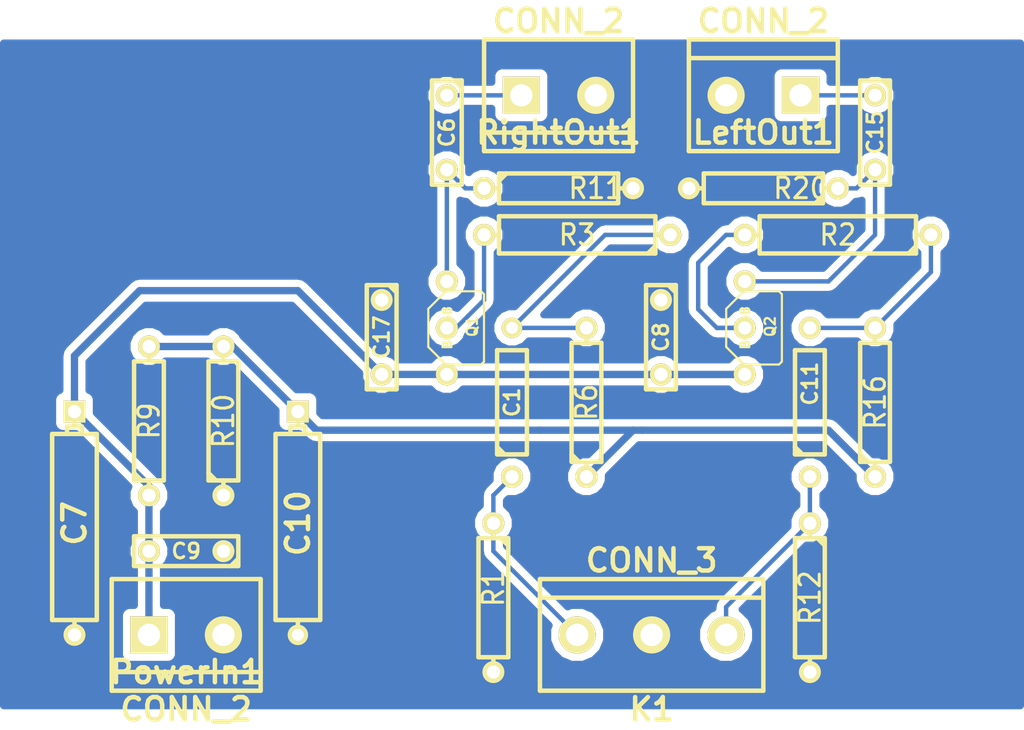
<source format=kicad_pcb>
(kicad_pcb (version 3) (host pcbnew "(2013-dec-23)-stable")

  (general
    (links 40)
    (no_connects 0)
    (area 0 0 0 0)
    (thickness 1.6)
    (drawings 0)
    (tracks 57)
    (zones 0)
    (modules 25)
    (nets 14)
  )

  (page A3 portrait)
  (layers
    (15 F.Cu signal)
    (0 B.Cu signal)
    (17 F.Adhes user)
    (19 F.Paste user)
    (21 F.SilkS user)
    (23 F.Mask user)
    (28 Edge.Cuts user)
  )

  (setup
    (last_trace_width 0.5)
    (trace_clearance 0.5)
    (zone_clearance 0.5)
    (zone_45_only no)
    (trace_min 0.254)
    (segment_width 0.2)
    (edge_width 1)
    (via_size 0.889)
    (via_drill 0.635)
    (via_min_size 0.889)
    (via_min_drill 0.508)
    (uvia_size 0.508)
    (uvia_drill 0.127)
    (uvias_allowed no)
    (uvia_min_size 0.508)
    (uvia_min_drill 0.127)
    (pcb_text_width 0.3)
    (pcb_text_size 1.5 1.5)
    (mod_edge_width 0.15)
    (mod_text_size 1 1)
    (mod_text_width 0.15)
    (pad_size 1.5 1.5)
    (pad_drill 0.9)
    (pad_to_mask_clearance 0.2)
    (solder_mask_min_width 0.3)
    (aux_axis_origin 0 0)
    (visible_elements FFFFFFFF)
    (pcbplotparams
      (layerselection 10485761)
      (usegerberextensions false)
      (excludeedgelayer false)
      (linewidth 0.150000)
      (plotframeref false)
      (viasonmask false)
      (mode 1)
      (useauxorigin false)
      (hpglpennumber 1)
      (hpglpenspeed 20)
      (hpglpendiameter 15)
      (hpglpenoverlay 2)
      (psnegative false)
      (psa4output false)
      (plotreference true)
      (plotvalue true)
      (plotothertext true)
      (plotinvisibletext false)
      (padsonsilk false)
      (subtractmaskfromsilk false)
      (outputformat 5)
      (mirror false)
      (drillshape 0)
      (scaleselection 1)
      (outputdirectory output/))
  )

  (net 0 "")
  (net 1 /CH1_L)
  (net 2 /CH1_R)
  (net 3 /LEFT_OUT)
  (net 4 /RIGHT_OUT)
  (net 5 2.5V)
  (net 6 5V)
  (net 7 GND)
  (net 8 N-0000012)
  (net 9 N-0000013)
  (net 10 N-000006)
  (net 11 N-000007)
  (net 12 N-000008)
  (net 13 N-000009)

  (net_class Default "This is the default net class."
    (clearance 0.5)
    (trace_width 0.5)
    (via_dia 0.889)
    (via_drill 0.635)
    (uvia_dia 0.508)
    (uvia_drill 0.127)
    (add_net "")
    (add_net 2.5V)
    (add_net 5V)
    (add_net GND)
  )

  (net_class Audio ""
    (clearance 0.3)
    (trace_width 0.3)
    (via_dia 0.889)
    (via_drill 0.635)
    (uvia_dia 0.508)
    (uvia_drill 0.127)
    (add_net /CH1_L)
    (add_net /CH1_R)
    (add_net /LEFT_OUT)
    (add_net /RIGHT_OUT)
    (add_net N-0000012)
    (add_net N-0000013)
    (add_net N-000006)
    (add_net N-000007)
    (add_net N-000008)
    (add_net N-000009)
  )

  (module bornier2 (layer F.Cu) (tedit 548C6726) (tstamp 5321F9DD)
    (at 34.29 60.325)
    (descr "Bornier d'alimentation 2 pins")
    (tags DEV)
    (path /5321FAC1)
    (fp_text reference PowerIn1 (at 0 2.54) (layer F.SilkS)
      (effects (font (size 1.524 1.524) (thickness 0.3048)))
    )
    (fp_text value CONN_2 (at 0 5.08) (layer F.SilkS)
      (effects (font (size 1.524 1.524) (thickness 0.3048)))
    )
    (fp_line (start 5.08 2.54) (end -5.08 2.54) (layer F.SilkS) (width 0.3048))
    (fp_line (start 5.08 3.81) (end 5.08 -3.81) (layer F.SilkS) (width 0.3048))
    (fp_line (start 5.08 -3.81) (end -5.08 -3.81) (layer F.SilkS) (width 0.3048))
    (fp_line (start -5.08 -3.81) (end -5.08 3.81) (layer F.SilkS) (width 0.3048))
    (fp_line (start -5.08 3.81) (end 5.08 3.81) (layer F.SilkS) (width 0.3048))
    (pad 1 thru_hole rect (at -2.54 0) (size 2.54 2.54) (drill 1.524)
      (layers *.Cu *.Mask F.SilkS)
      (net 6 5V)
    )
    (pad 2 thru_hole circle (at 2.54 0) (size 2.54 2.54) (drill 1.524)
      (layers *.Cu *.Mask F.SilkS)
      (net 7 GND)
    )
    (model device/bornier_2.wrl
      (at (xyz 0 0 0))
      (scale (xyz 1 1 1))
      (rotate (xyz 0 0 0))
    )
  )

  (module bornier3 (layer F.Cu) (tedit 54135911) (tstamp 5413106F)
    (at 66.04 60.325 180)
    (descr "Bornier d'alimentation 3 pins")
    (tags DEV)
    (path /5413155F)
    (fp_text reference K1 (at 0 -5.08 180) (layer F.SilkS)
      (effects (font (size 1.524 1.524) (thickness 0.3048)))
    )
    (fp_text value CONN_3 (at 0 5.08 180) (layer F.SilkS)
      (effects (font (size 1.524 1.524) (thickness 0.3048)))
    )
    (fp_line (start -7.62 3.81) (end -7.62 -3.81) (layer F.SilkS) (width 0.3048))
    (fp_line (start 7.62 3.81) (end 7.62 -3.81) (layer F.SilkS) (width 0.3048))
    (fp_line (start -7.62 2.54) (end 7.62 2.54) (layer F.SilkS) (width 0.3048))
    (fp_line (start -7.62 -3.81) (end 7.62 -3.81) (layer F.SilkS) (width 0.3048))
    (fp_line (start -7.62 3.81) (end 7.62 3.81) (layer F.SilkS) (width 0.3048))
    (pad 1 thru_hole circle (at -5.08 0 180) (size 2.54 2.54) (drill 1.524)
      (layers *.Cu *.Mask F.SilkS)
      (net 1 /CH1_L)
    )
    (pad 2 thru_hole circle (at 0 0 180) (size 2.54 2.54) (drill 1.524)
      (layers *.Cu *.Mask F.SilkS)
      (net 7 GND)
    )
    (pad 3 thru_hole circle (at 5.08 0 180) (size 2.54 2.54) (drill 1.524)
      (layers *.Cu *.Mask F.SilkS)
      (net 2 /CH1_R)
    )
    (model device/bornier_3.wrl
      (at (xyz 0 0 0))
      (scale (xyz 1 1 1))
      (rotate (xyz 0 0 0))
    )
  )

  (module bornier2 (layer F.Cu) (tedit 548C66EB) (tstamp 54135C4E)
    (at 73.66 23.495 180)
    (descr "Bornier d'alimentation 2 pins")
    (tags DEV)
    (path /54135E1B)
    (fp_text reference LeftOut1 (at 0 -2.54 180) (layer F.SilkS)
      (effects (font (size 1.524 1.524) (thickness 0.3048)))
    )
    (fp_text value CONN_2 (at 0 5.08 180) (layer F.SilkS)
      (effects (font (size 1.524 1.524) (thickness 0.3048)))
    )
    (fp_line (start 5.08 2.54) (end -5.08 2.54) (layer F.SilkS) (width 0.3048))
    (fp_line (start 5.08 3.81) (end 5.08 -3.81) (layer F.SilkS) (width 0.3048))
    (fp_line (start 5.08 -3.81) (end -5.08 -3.81) (layer F.SilkS) (width 0.3048))
    (fp_line (start -5.08 -3.81) (end -5.08 3.81) (layer F.SilkS) (width 0.3048))
    (fp_line (start -5.08 3.81) (end 5.08 3.81) (layer F.SilkS) (width 0.3048))
    (pad 1 thru_hole rect (at -2.54 0 180) (size 2.54 2.54) (drill 1.524)
      (layers *.Cu *.Mask F.SilkS)
      (net 3 /LEFT_OUT)
    )
    (pad 2 thru_hole circle (at 2.54 0 180) (size 2.54 2.54) (drill 1.524)
      (layers *.Cu *.Mask F.SilkS)
      (net 7 GND)
    )
    (model device/bornier_2.wrl
      (at (xyz 0 0 0))
      (scale (xyz 1 1 1))
      (rotate (xyz 0 0 0))
    )
  )

  (module bornier2 (layer F.Cu) (tedit 548C66F3) (tstamp 54135C59)
    (at 59.69 23.495)
    (descr "Bornier d'alimentation 2 pins")
    (tags DEV)
    (path /54135E21)
    (fp_text reference RightOut1 (at 0 2.54) (layer F.SilkS)
      (effects (font (size 1.524 1.524) (thickness 0.3048)))
    )
    (fp_text value CONN_2 (at 0 -5.08) (layer F.SilkS)
      (effects (font (size 1.524 1.524) (thickness 0.3048)))
    )
    (fp_line (start 5.08 2.54) (end -5.08 2.54) (layer F.SilkS) (width 0.3048))
    (fp_line (start 5.08 3.81) (end 5.08 -3.81) (layer F.SilkS) (width 0.3048))
    (fp_line (start 5.08 -3.81) (end -5.08 -3.81) (layer F.SilkS) (width 0.3048))
    (fp_line (start -5.08 -3.81) (end -5.08 3.81) (layer F.SilkS) (width 0.3048))
    (fp_line (start -5.08 3.81) (end 5.08 3.81) (layer F.SilkS) (width 0.3048))
    (pad 1 thru_hole rect (at -2.54 0) (size 2.54 2.54) (drill 1.524)
      (layers *.Cu *.Mask F.SilkS)
      (net 4 /RIGHT_OUT)
    )
    (pad 2 thru_hole circle (at 2.54 0) (size 2.54 2.54) (drill 1.524)
      (layers *.Cu *.Mask F.SilkS)
      (net 7 GND)
    )
    (model device/bornier_2.wrl
      (at (xyz 0 0 0))
      (scale (xyz 1 1 1))
      (rotate (xyz 0 0 0))
    )
  )

  (module CP6 (layer F.Cu) (tedit 548C693F) (tstamp 5321F255)
    (at 26.67 52.705 270)
    (descr "Condensateur polarise")
    (tags CP)
    (path /540F1B10)
    (fp_text reference C7 (at 0 0 270) (layer F.SilkS)
      (effects (font (size 1.524 1.524) (thickness 0.3048)))
    )
    (fp_text value "2.2uF TANT" (at 0 3.175 270) (layer F.SilkS) hide
      (effects (font (size 1.524 1.524) (thickness 0.3048)))
    )
    (fp_line (start -7.62 0) (end -6.604 0) (layer F.SilkS) (width 0.3048))
    (fp_line (start -6.096 0.508) (end -6.604 0.508) (layer F.SilkS) (width 0.3048))
    (fp_line (start -6.604 0.508) (end -6.604 -0.508) (layer F.SilkS) (width 0.3048))
    (fp_line (start -6.604 -0.508) (end -6.096 -0.508) (layer F.SilkS) (width 0.3048))
    (fp_line (start 7.62 0) (end 6.604 0) (layer F.SilkS) (width 0.3048))
    (fp_line (start 6.604 0) (end 6.604 -1.524) (layer F.SilkS) (width 0.3048))
    (fp_line (start 6.604 -1.524) (end -6.096 -1.524) (layer F.SilkS) (width 0.3048))
    (fp_line (start -6.096 -1.524) (end -6.096 1.524) (layer F.SilkS) (width 0.3048))
    (fp_line (start -6.096 1.524) (end 6.604 1.524) (layer F.SilkS) (width 0.3048))
    (fp_line (start 6.604 1.524) (end 6.604 0) (layer F.SilkS) (width 0.3048))
    (pad 1 thru_hole rect (at -7.62 0 270) (size 1.5 1.5) (drill 0.9)
      (layers *.Cu *.Mask F.SilkS)
      (net 6 5V)
    )
    (pad 2 thru_hole circle (at 7.62 0 270) (size 1.5 1.5) (drill 0.9)
      (layers *.Cu *.Mask F.SilkS)
      (net 7 GND)
    )
    (model discret/c_pol.wrl
      (at (xyz 0 0 0))
      (scale (xyz 0.6 0.6 0.6))
      (rotate (xyz 0 0 0))
    )
  )

  (module CP6 (layer F.Cu) (tedit 548C6951) (tstamp 540F1972)
    (at 41.91 52.705 270)
    (descr "Condensateur polarise")
    (tags CP)
    (path /540F1B37)
    (fp_text reference C10 (at 0 0 270) (layer F.SilkS)
      (effects (font (size 1.524 1.524) (thickness 0.3048)))
    )
    (fp_text value "2.2uF TANT" (at 0.635 -3.175 270) (layer F.SilkS) hide
      (effects (font (size 1.524 1.524) (thickness 0.3048)))
    )
    (fp_line (start -7.62 0) (end -6.604 0) (layer F.SilkS) (width 0.3048))
    (fp_line (start -6.096 0.508) (end -6.604 0.508) (layer F.SilkS) (width 0.3048))
    (fp_line (start -6.604 0.508) (end -6.604 -0.508) (layer F.SilkS) (width 0.3048))
    (fp_line (start -6.604 -0.508) (end -6.096 -0.508) (layer F.SilkS) (width 0.3048))
    (fp_line (start 7.62 0) (end 6.604 0) (layer F.SilkS) (width 0.3048))
    (fp_line (start 6.604 0) (end 6.604 -1.524) (layer F.SilkS) (width 0.3048))
    (fp_line (start 6.604 -1.524) (end -6.096 -1.524) (layer F.SilkS) (width 0.3048))
    (fp_line (start -6.096 -1.524) (end -6.096 1.524) (layer F.SilkS) (width 0.3048))
    (fp_line (start -6.096 1.524) (end 6.604 1.524) (layer F.SilkS) (width 0.3048))
    (fp_line (start 6.604 1.524) (end 6.604 0) (layer F.SilkS) (width 0.3048))
    (pad 1 thru_hole rect (at -7.62 0 270) (size 1.5 1.5) (drill 0.9)
      (layers *.Cu *.Mask F.SilkS)
      (net 5 2.5V)
    )
    (pad 2 thru_hole circle (at 7.62 0 270) (size 1.397 1.397) (drill 0.8128)
      (layers *.Cu *.Mask F.SilkS)
      (net 7 GND)
    )
    (model discret/c_pol.wrl
      (at (xyz 0 0 0))
      (scale (xyz 0.6 0.6 0.6))
      (rotate (xyz 0 0 0))
    )
  )

  (module R4 (layer F.Cu) (tedit 548C6800) (tstamp 54130FE9)
    (at 81.28 44.45 90)
    (descr "Resitance 4 pas")
    (tags R)
    (path /54130F38)
    (autoplace_cost180 10)
    (fp_text reference R16 (at 0 0 90) (layer F.SilkS)
      (effects (font (size 1.397 1.27) (thickness 0.2032)))
    )
    (fp_text value 47K (at 0 2.54 90) (layer F.SilkS) hide
      (effects (font (size 1.397 1.27) (thickness 0.2032)))
    )
    (fp_line (start -5.08 0) (end -4.064 0) (layer F.SilkS) (width 0.3048))
    (fp_line (start -4.064 0) (end -4.064 -1.016) (layer F.SilkS) (width 0.3048))
    (fp_line (start -4.064 -1.016) (end 4.064 -1.016) (layer F.SilkS) (width 0.3048))
    (fp_line (start 4.064 -1.016) (end 4.064 1.016) (layer F.SilkS) (width 0.3048))
    (fp_line (start 4.064 1.016) (end -4.064 1.016) (layer F.SilkS) (width 0.3048))
    (fp_line (start -4.064 1.016) (end -4.064 0) (layer F.SilkS) (width 0.3048))
    (fp_line (start -4.064 -0.508) (end -3.556 -1.016) (layer F.SilkS) (width 0.3048))
    (fp_line (start 5.08 0) (end 4.064 0) (layer F.SilkS) (width 0.3048))
    (pad 1 thru_hole circle (at -5.08 0 90) (size 1.5 1.5) (drill 0.9)
      (layers *.Cu *.Mask F.SilkS)
      (net 5 2.5V)
    )
    (pad 2 thru_hole circle (at 5.08 0 90) (size 1.5 1.5) (drill 0.9)
      (layers *.Cu *.Mask F.SilkS)
      (net 10 N-000006)
    )
    (model discret/resistor.wrl
      (at (xyz 0 0 0))
      (scale (xyz 0.4 0.4 0.4))
      (rotate (xyz 0 0 0))
    )
  )

  (module R4 (layer F.Cu) (tedit 548C6805) (tstamp 54130FCD)
    (at 76.835 57.785 270)
    (descr "Resitance 4 pas")
    (tags R)
    (path /54130F2C)
    (autoplace_cost180 10)
    (fp_text reference R12 (at 0 0 270) (layer F.SilkS)
      (effects (font (size 1.397 1.27) (thickness 0.2032)))
    )
    (fp_text value 470K (at -0.635 -2.54 270) (layer F.SilkS) hide
      (effects (font (size 1.397 1.27) (thickness 0.2032)))
    )
    (fp_line (start -5.08 0) (end -4.064 0) (layer F.SilkS) (width 0.3048))
    (fp_line (start -4.064 0) (end -4.064 -1.016) (layer F.SilkS) (width 0.3048))
    (fp_line (start -4.064 -1.016) (end 4.064 -1.016) (layer F.SilkS) (width 0.3048))
    (fp_line (start 4.064 -1.016) (end 4.064 1.016) (layer F.SilkS) (width 0.3048))
    (fp_line (start 4.064 1.016) (end -4.064 1.016) (layer F.SilkS) (width 0.3048))
    (fp_line (start -4.064 1.016) (end -4.064 0) (layer F.SilkS) (width 0.3048))
    (fp_line (start -4.064 -0.508) (end -3.556 -1.016) (layer F.SilkS) (width 0.3048))
    (fp_line (start 5.08 0) (end 4.064 0) (layer F.SilkS) (width 0.3048))
    (pad 1 thru_hole circle (at -5.08 0 270) (size 1.5 1.5) (drill 0.9)
      (layers *.Cu *.Mask F.SilkS)
      (net 1 /CH1_L)
    )
    (pad 2 thru_hole circle (at 5.08 0 270) (size 1.5 1.5) (drill 0.9)
      (layers *.Cu *.Mask F.SilkS)
      (net 7 GND)
    )
    (model discret/resistor.wrl
      (at (xyz 0 0 0))
      (scale (xyz 0.4 0.4 0.4))
      (rotate (xyz 0 0 0))
    )
  )

  (module R4 (layer F.Cu) (tedit 548C67B8) (tstamp 54130FA3)
    (at 73.66 29.845 180)
    (descr "Resitance 4 pas")
    (tags R)
    (path /54130FCB)
    (autoplace_cost180 10)
    (fp_text reference R20 (at -2.54 0 180) (layer F.SilkS)
      (effects (font (size 1.397 1.27) (thickness 0.2032)))
    )
    (fp_text value 2.2K (at 1.905 0 180) (layer F.SilkS) hide
      (effects (font (size 1.397 1.27) (thickness 0.2032)))
    )
    (fp_line (start -5.08 0) (end -4.064 0) (layer F.SilkS) (width 0.3048))
    (fp_line (start -4.064 0) (end -4.064 -1.016) (layer F.SilkS) (width 0.3048))
    (fp_line (start -4.064 -1.016) (end 4.064 -1.016) (layer F.SilkS) (width 0.3048))
    (fp_line (start 4.064 -1.016) (end 4.064 1.016) (layer F.SilkS) (width 0.3048))
    (fp_line (start 4.064 1.016) (end -4.064 1.016) (layer F.SilkS) (width 0.3048))
    (fp_line (start -4.064 1.016) (end -4.064 0) (layer F.SilkS) (width 0.3048))
    (fp_line (start -4.064 -0.508) (end -3.556 -1.016) (layer F.SilkS) (width 0.3048))
    (fp_line (start 5.08 0) (end 4.064 0) (layer F.SilkS) (width 0.3048))
    (pad 1 thru_hole circle (at -5.08 0 180) (size 1.5 1.5) (drill 0.9)
      (layers *.Cu *.Mask F.SilkS)
      (net 9 N-0000013)
    )
    (pad 2 thru_hole circle (at 5.08 0 180) (size 1.5 1.5) (drill 0.9)
      (layers *.Cu *.Mask F.SilkS)
      (net 7 GND)
    )
    (model discret/resistor.wrl
      (at (xyz 0 0 0))
      (scale (xyz 0.4 0.4 0.4))
      (rotate (xyz 0 0 0))
    )
  )

  (module R4 (layer F.Cu) (tedit 548C67B1) (tstamp 540F2177)
    (at 59.69 29.845)
    (descr "Resitance 4 pas")
    (tags R)
    (path /540F24D6)
    (autoplace_cost180 10)
    (fp_text reference R11 (at 2.54 0) (layer F.SilkS)
      (effects (font (size 1.397 1.27) (thickness 0.2032)))
    )
    (fp_text value 2.2K (at -1.27 0) (layer F.SilkS) hide
      (effects (font (size 1.397 1.27) (thickness 0.2032)))
    )
    (fp_line (start -5.08 0) (end -4.064 0) (layer F.SilkS) (width 0.3048))
    (fp_line (start -4.064 0) (end -4.064 -1.016) (layer F.SilkS) (width 0.3048))
    (fp_line (start -4.064 -1.016) (end 4.064 -1.016) (layer F.SilkS) (width 0.3048))
    (fp_line (start 4.064 -1.016) (end 4.064 1.016) (layer F.SilkS) (width 0.3048))
    (fp_line (start 4.064 1.016) (end -4.064 1.016) (layer F.SilkS) (width 0.3048))
    (fp_line (start -4.064 1.016) (end -4.064 0) (layer F.SilkS) (width 0.3048))
    (fp_line (start -4.064 -0.508) (end -3.556 -1.016) (layer F.SilkS) (width 0.3048))
    (fp_line (start 5.08 0) (end 4.064 0) (layer F.SilkS) (width 0.3048))
    (pad 1 thru_hole circle (at -5.08 0) (size 1.5 1.5) (drill 0.9)
      (layers *.Cu *.Mask F.SilkS)
      (net 8 N-0000012)
    )
    (pad 2 thru_hole circle (at 5.08 0) (size 1.5 1.5) (drill 0.9)
      (layers *.Cu *.Mask F.SilkS)
      (net 7 GND)
    )
    (model discret/resistor.wrl
      (at (xyz 0 0 0))
      (scale (xyz 0.4 0.4 0.4))
      (rotate (xyz 0 0 0))
    )
  )

  (module R4 (layer F.Cu) (tedit 548C683C) (tstamp 540F1966)
    (at 36.83 45.72 90)
    (descr "Resitance 4 pas")
    (tags R)
    (path /540F1B31)
    (autoplace_cost180 10)
    (fp_text reference R10 (at 0 0 90) (layer F.SilkS)
      (effects (font (size 1.397 1.27) (thickness 0.2032)))
    )
    (fp_text value 10K (at 1.27 -1.905 90) (layer F.SilkS) hide
      (effects (font (size 1.397 1.27) (thickness 0.2032)))
    )
    (fp_line (start -5.08 0) (end -4.064 0) (layer F.SilkS) (width 0.3048))
    (fp_line (start -4.064 0) (end -4.064 -1.016) (layer F.SilkS) (width 0.3048))
    (fp_line (start -4.064 -1.016) (end 4.064 -1.016) (layer F.SilkS) (width 0.3048))
    (fp_line (start 4.064 -1.016) (end 4.064 1.016) (layer F.SilkS) (width 0.3048))
    (fp_line (start 4.064 1.016) (end -4.064 1.016) (layer F.SilkS) (width 0.3048))
    (fp_line (start -4.064 1.016) (end -4.064 0) (layer F.SilkS) (width 0.3048))
    (fp_line (start -4.064 -0.508) (end -3.556 -1.016) (layer F.SilkS) (width 0.3048))
    (fp_line (start 5.08 0) (end 4.064 0) (layer F.SilkS) (width 0.3048))
    (pad 1 thru_hole circle (at -5.08 0 90) (size 1.5 1.5) (drill 0.9)
      (layers *.Cu *.Mask F.SilkS)
      (net 7 GND)
    )
    (pad 2 thru_hole circle (at 5.08 0 90) (size 1.5 1.5) (drill 0.9)
      (layers *.Cu *.Mask F.SilkS)
      (net 5 2.5V)
    )
    (model discret/resistor.wrl
      (at (xyz 0 0 0))
      (scale (xyz 0.4 0.4 0.4))
      (rotate (xyz 0 0 0))
    )
  )

  (module R4 (layer F.Cu) (tedit 548C6839) (tstamp 540F1958)
    (at 31.75 45.72 90)
    (descr "Resitance 4 pas")
    (tags R)
    (path /540F1B24)
    (autoplace_cost180 10)
    (fp_text reference R9 (at 0 0 90) (layer F.SilkS)
      (effects (font (size 1.397 1.27) (thickness 0.2032)))
    )
    (fp_text value 10K (at 1.27 -1.905 90) (layer F.SilkS) hide
      (effects (font (size 1.397 1.27) (thickness 0.2032)))
    )
    (fp_line (start -5.08 0) (end -4.064 0) (layer F.SilkS) (width 0.3048))
    (fp_line (start -4.064 0) (end -4.064 -1.016) (layer F.SilkS) (width 0.3048))
    (fp_line (start -4.064 -1.016) (end 4.064 -1.016) (layer F.SilkS) (width 0.3048))
    (fp_line (start 4.064 -1.016) (end 4.064 1.016) (layer F.SilkS) (width 0.3048))
    (fp_line (start 4.064 1.016) (end -4.064 1.016) (layer F.SilkS) (width 0.3048))
    (fp_line (start -4.064 1.016) (end -4.064 0) (layer F.SilkS) (width 0.3048))
    (fp_line (start -4.064 -0.508) (end -3.556 -1.016) (layer F.SilkS) (width 0.3048))
    (fp_line (start 5.08 0) (end 4.064 0) (layer F.SilkS) (width 0.3048))
    (pad 1 thru_hole circle (at -5.08 0 90) (size 1.5 1.5) (drill 0.9)
      (layers *.Cu *.Mask F.SilkS)
      (net 6 5V)
    )
    (pad 2 thru_hole circle (at 5.08 0 90) (size 1.5 1.5) (drill 0.9)
      (layers *.Cu *.Mask F.SilkS)
      (net 5 2.5V)
    )
    (model discret/resistor.wrl
      (at (xyz 0 0 0))
      (scale (xyz 0.4 0.4 0.4))
      (rotate (xyz 0 0 0))
    )
  )

  (module R4 (layer F.Cu) (tedit 548C680B) (tstamp 53230991)
    (at 55.245 57.785 270)
    (descr "Resitance 4 pas")
    (tags R)
    (path /540F10CE)
    (autoplace_cost180 10)
    (fp_text reference R1 (at -0.635 0 270) (layer F.SilkS)
      (effects (font (size 1.397 1.27) (thickness 0.2032)))
    )
    (fp_text value 470K (at -0.635 1.905 270) (layer F.SilkS) hide
      (effects (font (size 1.397 1.27) (thickness 0.2032)))
    )
    (fp_line (start -5.08 0) (end -4.064 0) (layer F.SilkS) (width 0.3048))
    (fp_line (start -4.064 0) (end -4.064 -1.016) (layer F.SilkS) (width 0.3048))
    (fp_line (start -4.064 -1.016) (end 4.064 -1.016) (layer F.SilkS) (width 0.3048))
    (fp_line (start 4.064 -1.016) (end 4.064 1.016) (layer F.SilkS) (width 0.3048))
    (fp_line (start 4.064 1.016) (end -4.064 1.016) (layer F.SilkS) (width 0.3048))
    (fp_line (start -4.064 1.016) (end -4.064 0) (layer F.SilkS) (width 0.3048))
    (fp_line (start -4.064 -0.508) (end -3.556 -1.016) (layer F.SilkS) (width 0.3048))
    (fp_line (start 5.08 0) (end 4.064 0) (layer F.SilkS) (width 0.3048))
    (pad 1 thru_hole circle (at -5.08 0 270) (size 1.5 1.5) (drill 0.9)
      (layers *.Cu *.Mask F.SilkS)
      (net 2 /CH1_R)
    )
    (pad 2 thru_hole circle (at 5.08 0 270) (size 1.5 1.5) (drill 0.9)
      (layers *.Cu *.Mask F.SilkS)
      (net 7 GND)
    )
    (model discret/resistor.wrl
      (at (xyz 0 0 0))
      (scale (xyz 0.4 0.4 0.4))
      (rotate (xyz 0 0 0))
    )
  )

  (module R4 (layer F.Cu) (tedit 548C6812) (tstamp 5321F044)
    (at 61.595 44.45 90)
    (descr "Resitance 4 pas")
    (tags R)
    (path /540F10DA)
    (autoplace_cost180 10)
    (fp_text reference R6 (at 0 0 90) (layer F.SilkS)
      (effects (font (size 1.397 1.27) (thickness 0.2032)))
    )
    (fp_text value 47K (at -0.635 1.905 90) (layer F.SilkS) hide
      (effects (font (size 1.397 1.27) (thickness 0.2032)))
    )
    (fp_line (start -5.08 0) (end -4.064 0) (layer F.SilkS) (width 0.3048))
    (fp_line (start -4.064 0) (end -4.064 -1.016) (layer F.SilkS) (width 0.3048))
    (fp_line (start -4.064 -1.016) (end 4.064 -1.016) (layer F.SilkS) (width 0.3048))
    (fp_line (start 4.064 -1.016) (end 4.064 1.016) (layer F.SilkS) (width 0.3048))
    (fp_line (start 4.064 1.016) (end -4.064 1.016) (layer F.SilkS) (width 0.3048))
    (fp_line (start -4.064 1.016) (end -4.064 0) (layer F.SilkS) (width 0.3048))
    (fp_line (start -4.064 -0.508) (end -3.556 -1.016) (layer F.SilkS) (width 0.3048))
    (fp_line (start 5.08 0) (end 4.064 0) (layer F.SilkS) (width 0.3048))
    (pad 1 thru_hole circle (at -5.08 0 90) (size 1.5 1.5) (drill 0.9)
      (layers *.Cu *.Mask F.SilkS)
      (net 5 2.5V)
    )
    (pad 2 thru_hole circle (at 5.08 0 90) (size 1.5 1.5) (drill 0.9)
      (layers *.Cu *.Mask F.SilkS)
      (net 13 N-000009)
    )
    (model discret/resistor.wrl
      (at (xyz 0 0 0))
      (scale (xyz 0.4 0.4 0.4))
      (rotate (xyz 0 0 0))
    )
  )

  (module C2 (layer F.Cu) (tedit 548C67BD) (tstamp 541352C7)
    (at 81.28 26.035 270)
    (descr "Condensateur = 2 pas")
    (tags C)
    (path /54130EC4)
    (fp_text reference C15 (at 0 0 270) (layer F.SilkS)
      (effects (font (size 1.016 1.016) (thickness 0.2032)))
    )
    (fp_text value 100nF (at 0 -1.905 270) (layer F.SilkS) hide
      (effects (font (size 1.016 1.016) (thickness 0.2032)))
    )
    (fp_line (start -3.556 -1.016) (end 3.556 -1.016) (layer F.SilkS) (width 0.3048))
    (fp_line (start 3.556 -1.016) (end 3.556 1.016) (layer F.SilkS) (width 0.3048))
    (fp_line (start 3.556 1.016) (end -3.556 1.016) (layer F.SilkS) (width 0.3048))
    (fp_line (start -3.556 1.016) (end -3.556 -1.016) (layer F.SilkS) (width 0.3048))
    (fp_line (start -3.556 -0.508) (end -3.048 -1.016) (layer F.SilkS) (width 0.3048))
    (pad 1 thru_hole circle (at -2.54 0 270) (size 1.5 1.5) (drill 0.9)
      (layers *.Cu *.Mask F.SilkS)
      (net 3 /LEFT_OUT)
    )
    (pad 2 thru_hole circle (at 2.54 0 270) (size 1.5 1.5) (drill 0.9)
      (layers *.Cu *.Mask F.SilkS)
      (net 9 N-0000013)
    )
    (model discret/capa_2pas_5x5mm.wrl
      (at (xyz 0 0 0))
      (scale (xyz 1 1 1))
      (rotate (xyz 0 0 0))
    )
  )

  (module C2 (layer F.Cu) (tedit 548C6822) (tstamp 54132075)
    (at 47.625 40.005 270)
    (descr "Condensateur = 2 pas")
    (tags C)
    (path /5413234A)
    (fp_text reference C17 (at 0 0 270) (layer F.SilkS)
      (effects (font (size 1.016 1.016) (thickness 0.2032)))
    )
    (fp_text value 100nF (at 0 -1.905 270) (layer F.SilkS) hide
      (effects (font (size 1.016 1.016) (thickness 0.2032)))
    )
    (fp_line (start -3.556 -1.016) (end 3.556 -1.016) (layer F.SilkS) (width 0.3048))
    (fp_line (start 3.556 -1.016) (end 3.556 1.016) (layer F.SilkS) (width 0.3048))
    (fp_line (start 3.556 1.016) (end -3.556 1.016) (layer F.SilkS) (width 0.3048))
    (fp_line (start -3.556 1.016) (end -3.556 -1.016) (layer F.SilkS) (width 0.3048))
    (fp_line (start -3.556 -0.508) (end -3.048 -1.016) (layer F.SilkS) (width 0.3048))
    (pad 1 thru_hole circle (at -2.54 0 270) (size 1.5 1.5) (drill 0.9)
      (layers *.Cu *.Mask F.SilkS)
      (net 7 GND)
    )
    (pad 2 thru_hole circle (at 2.54 0 270) (size 1.5 1.5) (drill 0.9)
      (layers *.Cu *.Mask F.SilkS)
      (net 6 5V)
    )
    (model discret/capa_2pas_5x5mm.wrl
      (at (xyz 0 0 0))
      (scale (xyz 1 1 1))
      (rotate (xyz 0 0 0))
    )
  )

  (module C2 (layer F.Cu) (tedit 548C67F9) (tstamp 5413104D)
    (at 76.835 44.45 90)
    (descr "Condensateur = 2 pas")
    (tags C)
    (path /54130F32)
    (fp_text reference C11 (at 1.27 0 90) (layer F.SilkS)
      (effects (font (size 1.016 1.016) (thickness 0.2032)))
    )
    (fp_text value 0.047uF (at 0.635 1.905 90) (layer F.SilkS) hide
      (effects (font (size 1.016 1.016) (thickness 0.2032)))
    )
    (fp_line (start -3.556 -1.016) (end 3.556 -1.016) (layer F.SilkS) (width 0.3048))
    (fp_line (start 3.556 -1.016) (end 3.556 1.016) (layer F.SilkS) (width 0.3048))
    (fp_line (start 3.556 1.016) (end -3.556 1.016) (layer F.SilkS) (width 0.3048))
    (fp_line (start -3.556 1.016) (end -3.556 -1.016) (layer F.SilkS) (width 0.3048))
    (fp_line (start -3.556 -0.508) (end -3.048 -1.016) (layer F.SilkS) (width 0.3048))
    (pad 1 thru_hole circle (at -5.08 0 90) (size 1.5 1.5) (drill 0.9)
      (layers *.Cu *.Mask F.SilkS)
      (net 1 /CH1_L)
    )
    (pad 2 thru_hole circle (at 5.08 0 90) (size 1.5 1.5) (drill 0.9)
      (layers *.Cu *.Mask F.SilkS)
      (net 10 N-000006)
    )
    (model discret/capa_2pas_5x5mm.wrl
      (at (xyz 0 0 0))
      (scale (xyz 1 1 1))
      (rotate (xyz 0 0 0))
    )
  )

  (module C2 (layer F.Cu) (tedit 548C67F4) (tstamp 540F197D)
    (at 66.675 40.005 270)
    (descr "Condensateur = 2 pas")
    (tags C)
    (path /540F1799)
    (fp_text reference C8 (at 0 0 270) (layer F.SilkS)
      (effects (font (size 1.016 1.016) (thickness 0.2032)))
    )
    (fp_text value 100nF (at 0 -1.905 270) (layer F.SilkS) hide
      (effects (font (size 1.016 1.016) (thickness 0.2032)))
    )
    (fp_line (start -3.556 -1.016) (end 3.556 -1.016) (layer F.SilkS) (width 0.3048))
    (fp_line (start 3.556 -1.016) (end 3.556 1.016) (layer F.SilkS) (width 0.3048))
    (fp_line (start 3.556 1.016) (end -3.556 1.016) (layer F.SilkS) (width 0.3048))
    (fp_line (start -3.556 1.016) (end -3.556 -1.016) (layer F.SilkS) (width 0.3048))
    (fp_line (start -3.556 -0.508) (end -3.048 -1.016) (layer F.SilkS) (width 0.3048))
    (pad 1 thru_hole circle (at -2.54 0 270) (size 1.5 1.5) (drill 0.9)
      (layers *.Cu *.Mask F.SilkS)
      (net 7 GND)
    )
    (pad 2 thru_hole circle (at 2.54 0 270) (size 1.5 1.5) (drill 0.9)
      (layers *.Cu *.Mask F.SilkS)
      (net 6 5V)
    )
    (model discret/capa_2pas_5x5mm.wrl
      (at (xyz 0 0 0))
      (scale (xyz 1 1 1))
      (rotate (xyz 0 0 0))
    )
  )

  (module C2 (layer F.Cu) (tedit 548C6841) (tstamp 5322C92A)
    (at 34.29 54.61 180)
    (descr "Condensateur = 2 pas")
    (tags C)
    (path /540F18BC)
    (fp_text reference C9 (at 0 0 180) (layer F.SilkS)
      (effects (font (size 1.016 1.016) (thickness 0.2032)))
    )
    (fp_text value 100nF (at 0 1.905 180) (layer F.SilkS) hide
      (effects (font (size 1.016 1.016) (thickness 0.2032)))
    )
    (fp_line (start -3.556 -1.016) (end 3.556 -1.016) (layer F.SilkS) (width 0.3048))
    (fp_line (start 3.556 -1.016) (end 3.556 1.016) (layer F.SilkS) (width 0.3048))
    (fp_line (start 3.556 1.016) (end -3.556 1.016) (layer F.SilkS) (width 0.3048))
    (fp_line (start -3.556 1.016) (end -3.556 -1.016) (layer F.SilkS) (width 0.3048))
    (fp_line (start -3.556 -0.508) (end -3.048 -1.016) (layer F.SilkS) (width 0.3048))
    (pad 1 thru_hole circle (at -2.54 0 180) (size 1.5 1.5) (drill 0.9)
      (layers *.Cu *.Mask F.SilkS)
      (net 7 GND)
    )
    (pad 2 thru_hole circle (at 2.54 0 180) (size 1.5 1.5) (drill 0.9)
      (layers *.Cu *.Mask F.SilkS)
      (net 6 5V)
    )
    (model discret/capa_2pas_5x5mm.wrl
      (at (xyz 0 0 0))
      (scale (xyz 1 1 1))
      (rotate (xyz 0 0 0))
    )
  )

  (module C2 (layer F.Cu) (tedit 548C67A9) (tstamp 5321F24A)
    (at 52.07 26.035 270)
    (descr "Condensateur = 2 pas")
    (tags C)
    (path /528D06A1)
    (fp_text reference C6 (at 0 0 270) (layer F.SilkS)
      (effects (font (size 1.016 1.016) (thickness 0.2032)))
    )
    (fp_text value 100nF (at 0 1.905 270) (layer F.SilkS) hide
      (effects (font (size 1.016 1.016) (thickness 0.2032)))
    )
    (fp_line (start -3.556 -1.016) (end 3.556 -1.016) (layer F.SilkS) (width 0.3048))
    (fp_line (start 3.556 -1.016) (end 3.556 1.016) (layer F.SilkS) (width 0.3048))
    (fp_line (start 3.556 1.016) (end -3.556 1.016) (layer F.SilkS) (width 0.3048))
    (fp_line (start -3.556 1.016) (end -3.556 -1.016) (layer F.SilkS) (width 0.3048))
    (fp_line (start -3.556 -0.508) (end -3.048 -1.016) (layer F.SilkS) (width 0.3048))
    (pad 1 thru_hole circle (at -2.54 0 270) (size 1.5 1.5) (drill 0.9)
      (layers *.Cu *.Mask F.SilkS)
      (net 4 /RIGHT_OUT)
    )
    (pad 2 thru_hole circle (at 2.54 0 270) (size 1.5 1.5) (drill 0.9)
      (layers *.Cu *.Mask F.SilkS)
      (net 8 N-0000012)
    )
    (model discret/capa_2pas_5x5mm.wrl
      (at (xyz 0 0 0))
      (scale (xyz 1 1 1))
      (rotate (xyz 0 0 0))
    )
  )

  (module C2 (layer F.Cu) (tedit 548C680E) (tstamp 53230982)
    (at 56.515 44.45 90)
    (descr "Condensateur = 2 pas")
    (tags C)
    (path /540F10D4)
    (fp_text reference C1 (at 0 0 90) (layer F.SilkS)
      (effects (font (size 1.016 1.016) (thickness 0.2032)))
    )
    (fp_text value 0.047uF (at 0 1.905 90) (layer F.SilkS) hide
      (effects (font (size 1.016 1.016) (thickness 0.2032)))
    )
    (fp_line (start -3.556 -1.016) (end 3.556 -1.016) (layer F.SilkS) (width 0.3048))
    (fp_line (start 3.556 -1.016) (end 3.556 1.016) (layer F.SilkS) (width 0.3048))
    (fp_line (start 3.556 1.016) (end -3.556 1.016) (layer F.SilkS) (width 0.3048))
    (fp_line (start -3.556 1.016) (end -3.556 -1.016) (layer F.SilkS) (width 0.3048))
    (fp_line (start -3.556 -0.508) (end -3.048 -1.016) (layer F.SilkS) (width 0.3048))
    (pad 1 thru_hole circle (at -5.08 0 90) (size 1.5 1.5) (drill 0.9)
      (layers *.Cu *.Mask F.SilkS)
      (net 2 /CH1_R)
    )
    (pad 2 thru_hole circle (at 5.08 0 90) (size 1.397 1.397) (drill 0.8128)
      (layers *.Cu *.Mask F.SilkS)
      (net 13 N-000009)
    )
    (model discret/capa_2pas_5x5mm.wrl
      (at (xyz 0 0 0))
      (scale (xyz 1 1 1))
      (rotate (xyz 0 0 0))
    )
  )

  (module TO92PN (layer F.Cu) (tedit 548C681C) (tstamp 540F290E)
    (at 52.705 39.37 270)
    (path /540F115A)
    (fp_text reference Q1 (at -0.1 -1.1 270) (layer F.SilkS)
      (effects (font (size 0.7 0.7) (thickness 0.15)))
    )
    (fp_text value BC548 (at 0 0.6 270) (layer F.SilkS)
      (effects (font (size 0.6 0.6) (thickness 0.15)))
    )
    (fp_line (start 1.3 1.9) (end -1.3 1.9) (layer F.SilkS) (width 0.15))
    (fp_line (start -2.5 -1.7) (end -2.3 -1.9) (layer F.SilkS) (width 0.15))
    (fp_line (start -2.3 -1.9) (end 2.3 -1.9) (layer F.SilkS) (width 0.15))
    (fp_line (start 2.3 -1.9) (end 2.5 -1.7) (layer F.SilkS) (width 0.15))
    (fp_line (start 2.5 -1.7) (end 2.5 0.7) (layer F.SilkS) (width 0.15))
    (fp_line (start 2.5 0.7) (end 1.3 1.9) (layer F.SilkS) (width 0.15))
    (fp_line (start -1.3 1.9) (end -2.5 0.7) (layer F.SilkS) (width 0.15))
    (fp_line (start -2.5 0.7) (end -2.5 -1.7) (layer F.SilkS) (width 0.15))
    (pad 1 thru_hole circle (at 3.175 0.635 270) (size 1.5 1.5) (drill 0.9)
      (layers *.Cu *.Mask F.SilkS)
      (net 6 5V)
    )
    (pad 2 thru_hole circle (at 0 0.635 270) (size 1.5 1.5) (drill 0.9)
      (layers *.Cu *.Mask F.SilkS)
      (net 12 N-000008)
    )
    (pad 3 thru_hole circle (at -3.175 0.635 270) (size 1.5 1.5) (drill 0.9)
      (layers *.Cu *.Mask F.SilkS)
      (net 8 N-0000012)
    )
    (model to-xxx-packages/to92.wrl
      (at (xyz 0 0 0))
      (scale (xyz 1 1 1))
      (rotate (xyz 0 0 0))
    )
  )

  (module TO92PN (layer F.Cu) (tedit 548C67E0) (tstamp 54130F95)
    (at 73.025 39.37 270)
    (path /54130FB6)
    (fp_text reference Q2 (at -0.1 -1.1 270) (layer F.SilkS)
      (effects (font (size 0.7 0.7) (thickness 0.15)))
    )
    (fp_text value BC548 (at 0 0.6 270) (layer F.SilkS)
      (effects (font (size 0.6 0.6) (thickness 0.15)))
    )
    (fp_line (start 1.3 1.9) (end -1.3 1.9) (layer F.SilkS) (width 0.15))
    (fp_line (start -2.5 -1.7) (end -2.3 -1.9) (layer F.SilkS) (width 0.15))
    (fp_line (start -2.3 -1.9) (end 2.3 -1.9) (layer F.SilkS) (width 0.15))
    (fp_line (start 2.3 -1.9) (end 2.5 -1.7) (layer F.SilkS) (width 0.15))
    (fp_line (start 2.5 -1.7) (end 2.5 0.7) (layer F.SilkS) (width 0.15))
    (fp_line (start 2.5 0.7) (end 1.3 1.9) (layer F.SilkS) (width 0.15))
    (fp_line (start -1.3 1.9) (end -2.5 0.7) (layer F.SilkS) (width 0.15))
    (fp_line (start -2.5 0.7) (end -2.5 -1.7) (layer F.SilkS) (width 0.15))
    (pad 1 thru_hole circle (at 3.175 0.635 270) (size 1.5 1.5) (drill 0.9)
      (layers *.Cu *.Mask F.SilkS)
      (net 6 5V)
    )
    (pad 2 thru_hole circle (at 0 0.635 270) (size 1.5 1.5) (drill 0.9)
      (layers *.Cu *.Mask F.SilkS)
      (net 11 N-000007)
    )
    (pad 3 thru_hole circle (at -3.175 0.635 270) (size 1.5 1.5) (drill 0.9)
      (layers *.Cu *.Mask F.SilkS)
      (net 9 N-0000013)
    )
    (model to-xxx-packages/to92.wrl
      (at (xyz 0 0 0))
      (scale (xyz 1 1 1))
      (rotate (xyz 0 0 0))
    )
  )

  (module R5 (layer F.Cu) (tedit 548C67D3) (tstamp 548C45C6)
    (at 78.74 33.02 180)
    (descr "Resistance 5 pas")
    (tags R)
    (path /548C45E8)
    (autoplace_cost180 10)
    (fp_text reference R2 (at 0 0 180) (layer F.SilkS)
      (effects (font (size 1.397 1.27) (thickness 0.2032)))
    )
    (fp_text value FB (at 2.54 0 180) (layer F.SilkS) hide
      (effects (font (size 1.397 1.27) (thickness 0.2032)))
    )
    (fp_line (start -6.35 0) (end -5.334 0) (layer F.SilkS) (width 0.3048))
    (fp_line (start 6.35 0) (end 5.334 0) (layer F.SilkS) (width 0.3048))
    (fp_line (start 5.334 -1.27) (end 5.334 1.27) (layer F.SilkS) (width 0.3048))
    (fp_line (start 5.334 1.27) (end -5.334 1.27) (layer F.SilkS) (width 0.3048))
    (fp_line (start -5.334 1.27) (end -5.334 -1.27) (layer F.SilkS) (width 0.3048))
    (fp_line (start -5.334 -1.27) (end 5.334 -1.27) (layer F.SilkS) (width 0.3048))
    (fp_line (start -5.334 -0.762) (end -4.826 -1.27) (layer F.SilkS) (width 0.3048))
    (pad 1 thru_hole circle (at -6.35 0 180) (size 1.5 1.5) (drill 0.9)
      (layers *.Cu *.Mask F.SilkS)
      (net 10 N-000006)
    )
    (pad 2 thru_hole circle (at 6.35 0 180) (size 1.5 1.5) (drill 0.9)
      (layers *.Cu *.Mask F.SilkS)
      (net 11 N-000007)
    )
    (model discret/resistor.wrl
      (at (xyz 0 0 0))
      (scale (xyz 0.5 0.5 0.5))
      (rotate (xyz 0 0 0))
    )
  )

  (module R5 (layer F.Cu) (tedit 548C67CA) (tstamp 548C45D3)
    (at 60.96 33.02 180)
    (descr "Resistance 5 pas")
    (tags R)
    (path /548C4712)
    (autoplace_cost180 10)
    (fp_text reference R3 (at 0 0 180) (layer F.SilkS)
      (effects (font (size 1.397 1.27) (thickness 0.2032)))
    )
    (fp_text value FB (at 3.175 0 180) (layer F.SilkS) hide
      (effects (font (size 1.397 1.27) (thickness 0.2032)))
    )
    (fp_line (start -6.35 0) (end -5.334 0) (layer F.SilkS) (width 0.3048))
    (fp_line (start 6.35 0) (end 5.334 0) (layer F.SilkS) (width 0.3048))
    (fp_line (start 5.334 -1.27) (end 5.334 1.27) (layer F.SilkS) (width 0.3048))
    (fp_line (start 5.334 1.27) (end -5.334 1.27) (layer F.SilkS) (width 0.3048))
    (fp_line (start -5.334 1.27) (end -5.334 -1.27) (layer F.SilkS) (width 0.3048))
    (fp_line (start -5.334 -1.27) (end 5.334 -1.27) (layer F.SilkS) (width 0.3048))
    (fp_line (start -5.334 -0.762) (end -4.826 -1.27) (layer F.SilkS) (width 0.3048))
    (pad 1 thru_hole circle (at -6.35 0 180) (size 1.5 1.5) (drill 0.9)
      (layers *.Cu *.Mask F.SilkS)
      (net 13 N-000009)
    )
    (pad 2 thru_hole circle (at 6.35 0 180) (size 1.5 1.5) (drill 0.9)
      (layers *.Cu *.Mask F.SilkS)
      (net 12 N-000008)
    )
    (model discret/resistor.wrl
      (at (xyz 0 0 0))
      (scale (xyz 0.5 0.5 0.5))
      (rotate (xyz 0 0 0))
    )
  )

  (segment (start 76.835 52.705) (end 76.835 49.53) (width 0.3) (layer B.Cu) (net 1))
  (segment (start 71.12 60.325) (end 71.12 58.42) (width 0.3) (layer B.Cu) (net 1))
  (segment (start 71.12 58.42) (end 76.835 52.705) (width 0.3) (layer B.Cu) (net 1) (tstamp 548C477B))
  (segment (start 56.515 49.53) (end 55.245 50.8) (width 0.3) (layer B.Cu) (net 2) (status 400000))
  (segment (start 55.245 50.8) (end 55.245 52.705) (width 0.3) (layer B.Cu) (net 2) (tstamp 548C6172) (status 800000))
  (segment (start 55.245 52.705) (end 55.245 54.61) (width 0.3) (layer B.Cu) (net 2))
  (segment (start 55.245 54.61) (end 60.96 60.325) (width 0.3) (layer B.Cu) (net 2) (tstamp 548C5FFC))
  (segment (start 76.2 23.495) (end 81.28 23.495) (width 0.3) (layer B.Cu) (net 3))
  (segment (start 52.07 23.495) (end 57.15 23.495) (width 0.3) (layer B.Cu) (net 4))
  (segment (start 61.595 49.53) (end 64.77 46.355) (width 0.5) (layer B.Cu) (net 5) (status 400000))
  (segment (start 58.42 46.355) (end 64.77 46.355) (width 0.5) (layer B.Cu) (net 5))
  (segment (start 43.18 46.355) (end 58.42 46.355) (width 0.5) (layer B.Cu) (net 5) (tstamp 548C5FDA))
  (segment (start 41.91 45.085) (end 43.18 46.355) (width 0.5) (layer B.Cu) (net 5))
  (segment (start 64.77 46.355) (end 65.405 46.355) (width 0.5) (layer B.Cu) (net 5) (tstamp 548C6183))
  (segment (start 65.405 46.355) (end 78.105 46.355) (width 0.5) (layer B.Cu) (net 5) (tstamp 548C6106))
  (segment (start 78.105 46.355) (end 81.28 49.53) (width 0.5) (layer B.Cu) (net 5) (tstamp 548C5FDF))
  (segment (start 35.56 40.64) (end 37.465 40.64) (width 0.5) (layer B.Cu) (net 5))
  (segment (start 37.465 40.64) (end 41.91 45.085) (width 0.5) (layer B.Cu) (net 5) (tstamp 5485B240))
  (segment (start 32.385 40.64) (end 35.56 40.64) (width 0.5) (layer B.Cu) (net 5))
  (segment (start 31.75 50.8) (end 31.75 50.165) (width 0.5) (layer B.Cu) (net 6) (status C00000))
  (segment (start 31.75 50.165) (end 26.67 45.085) (width 0.5) (layer B.Cu) (net 6) (tstamp 548C6159) (status C00000))
  (segment (start 31.75 54.61) (end 31.75 50.8) (width 0.5) (layer B.Cu) (net 6) (status C00000))
  (segment (start 47.625 42.545) (end 41.91 36.83) (width 0.5) (layer B.Cu) (net 6))
  (segment (start 31.115 36.83) (end 41.91 36.83) (width 0.5) (layer B.Cu) (net 6) (tstamp 548C5F4A))
  (segment (start 26.67 41.275) (end 31.115 36.83) (width 0.5) (layer B.Cu) (net 6) (tstamp 548C5F48))
  (segment (start 26.67 45.085) (end 26.67 41.275) (width 0.5) (layer B.Cu) (net 6))
  (segment (start 52.07 42.545) (end 47.625 42.545) (width 0.5) (layer B.Cu) (net 6))
  (segment (start 66.675 42.545) (end 72.39 42.545) (width 0.5) (layer B.Cu) (net 6))
  (segment (start 52.07 42.545) (end 66.675 42.545) (width 0.5) (layer B.Cu) (net 6))
  (segment (start 31.75 60.325) (end 31.75 54.61) (width 0.5) (layer B.Cu) (net 6))
  (segment (start 68.58 42.545) (end 52.07 42.545) (width 0.5) (layer B.Cu) (net 6))
  (segment (start 72.39 42.545) (end 68.58 42.545) (width 0.5) (layer B.Cu) (net 6))
  (segment (start 52.07 42.545) (end 51.435 42.545) (width 0.5) (layer B.Cu) (net 6))
  (segment (start 52.07 28.575) (end 52.07 36.195) (width 0.3) (layer B.Cu) (net 8))
  (segment (start 54.61 29.845) (end 53.34 29.845) (width 0.3) (layer B.Cu) (net 8))
  (segment (start 53.34 29.845) (end 52.07 28.575) (width 0.3) (layer B.Cu) (net 8) (tstamp 548C48E6))
  (segment (start 78.74 29.845) (end 80.01 29.845) (width 0.3) (layer B.Cu) (net 9))
  (segment (start 80.01 29.845) (end 81.28 28.575) (width 0.3) (layer B.Cu) (net 9) (tstamp 548C44DD))
  (segment (start 72.39 36.195) (end 78.105 36.195) (width 0.3) (layer B.Cu) (net 9))
  (segment (start 78.105 36.195) (end 81.28 33.02) (width 0.3) (layer B.Cu) (net 9) (tstamp 5485B13E))
  (segment (start 81.28 33.02) (end 81.28 28.575) (width 0.3) (layer B.Cu) (net 9))
  (segment (start 81.28 39.37) (end 85.09 35.56) (width 0.3) (layer B.Cu) (net 10))
  (segment (start 85.09 35.56) (end 85.09 33.02) (width 0.3) (layer B.Cu) (net 10) (tstamp 548C48D5))
  (segment (start 76.835 39.37) (end 81.28 39.37) (width 0.3) (layer B.Cu) (net 10))
  (segment (start 70.485 39.37) (end 69.215 38.1) (width 0.3) (layer B.Cu) (net 11))
  (segment (start 71.12 33.02) (end 72.39 33.02) (width 0.3) (layer B.Cu) (net 11) (tstamp 548C480E))
  (segment (start 69.215 34.925) (end 71.12 33.02) (width 0.3) (layer B.Cu) (net 11) (tstamp 548C480D))
  (segment (start 69.215 38.1) (end 69.215 34.925) (width 0.3) (layer B.Cu) (net 11) (tstamp 548C480C))
  (segment (start 70.485 39.37) (end 72.39 39.37) (width 0.3) (layer B.Cu) (net 11) (tstamp 548C47F9))
  (segment (start 70.485 39.37) (end 72.39 39.37) (width 0.3) (layer B.Cu) (net 11) (tstamp 548C47E0))
  (segment (start 52.07 39.37) (end 52.705 39.37) (width 0.3) (layer B.Cu) (net 12) (status C00000))
  (segment (start 54.61 37.465) (end 54.61 33.02) (width 0.3) (layer B.Cu) (net 12) (tstamp 548C6208) (status 800000))
  (segment (start 52.705 39.37) (end 54.61 37.465) (width 0.3) (layer B.Cu) (net 12) (tstamp 548C6207) (status 400000))
  (segment (start 67.31 33.02) (end 62.865 33.02) (width 0.3) (layer B.Cu) (net 13))
  (segment (start 62.865 33.02) (end 59.055 36.83) (width 0.3) (layer B.Cu) (net 13) (tstamp 548C60E3))
  (segment (start 59.055 36.83) (end 56.515 39.37) (width 0.3) (layer B.Cu) (net 13) (tstamp 548C60E8))
  (segment (start 56.515 39.37) (end 61.595 39.37) (width 0.3) (layer B.Cu) (net 13))

  (zone (net 7) (net_name GND) (layer B.Cu) (tstamp 5485B114) (hatch edge 0.508)
    (connect_pads yes (clearance 0.5))
    (min_thickness 0.5)
    (fill (arc_segments 16) (thermal_gap 0.81) (thermal_bridge_width 0.81))
    (polygon
      (pts
        (xy 21.59 19.685) (xy 91.44 19.685) (xy 91.44 65.405) (xy 21.59 65.405)
      )
    )
    (filled_polygon
      (pts
        (xy 91.19 65.155) (xy 86.590259 65.155) (xy 86.590259 32.722941) (xy 86.362379 32.171429) (xy 85.940791 31.749104)
        (xy 85.389677 31.520262) (xy 84.792941 31.519741) (xy 84.241429 31.747621) (xy 83.819104 32.169209) (xy 83.590262 32.720323)
        (xy 83.589741 33.317059) (xy 83.817621 33.868571) (xy 84.19 34.2416) (xy 84.19 35.187207) (xy 82.780259 36.596948)
        (xy 82.780259 28.277941) (xy 82.780259 23.197941) (xy 82.552379 22.646429) (xy 82.130791 22.224104) (xy 81.579677 21.995262)
        (xy 80.982941 21.994741) (xy 80.431429 22.222621) (xy 80.058399 22.595) (xy 78.22013 22.595) (xy 78.22013 22.07647)
        (xy 78.10619 21.800714) (xy 77.895395 21.589551) (xy 77.619838 21.47513) (xy 77.32147 21.47487) (xy 74.78147 21.47487)
        (xy 74.505714 21.58881) (xy 74.294551 21.799605) (xy 74.18013 22.075162) (xy 74.17987 22.37353) (xy 74.17987 24.91353)
        (xy 74.29381 25.189286) (xy 74.504605 25.400449) (xy 74.780162 25.51487) (xy 75.07853 25.51513) (xy 77.61853 25.51513)
        (xy 77.894286 25.40119) (xy 78.105449 25.190395) (xy 78.21987 24.914838) (xy 78.22013 24.61647) (xy 78.22013 24.395)
        (xy 80.05896 24.395) (xy 80.429209 24.765896) (xy 80.980323 24.994738) (xy 81.577059 24.995259) (xy 82.128571 24.767379)
        (xy 82.550896 24.345791) (xy 82.779738 23.794677) (xy 82.780259 23.197941) (xy 82.780259 28.277941) (xy 82.552379 27.726429)
        (xy 82.130791 27.304104) (xy 81.579677 27.075262) (xy 80.982941 27.074741) (xy 80.431429 27.302621) (xy 80.009104 27.724209)
        (xy 79.780262 28.275323) (xy 79.779835 28.763479) (xy 79.590791 28.574104) (xy 79.039677 28.345262) (xy 78.442941 28.344741)
        (xy 77.891429 28.572621) (xy 77.469104 28.994209) (xy 77.240262 29.545323) (xy 77.239741 30.142059) (xy 77.467621 30.693571)
        (xy 77.889209 31.115896) (xy 78.440323 31.344738) (xy 79.037059 31.345259) (xy 79.588571 31.117379) (xy 79.9616 30.745)
        (xy 80.01 30.745) (xy 80.354415 30.676492) (xy 80.38 30.659396) (xy 80.38 32.647208) (xy 77.732208 35.295)
        (xy 73.611039 35.295) (xy 73.240791 34.924104) (xy 72.689677 34.695262) (xy 72.092941 34.694741) (xy 71.541429 34.922621)
        (xy 71.119104 35.344209) (xy 70.890262 35.895323) (xy 70.889741 36.492059) (xy 71.117621 37.043571) (xy 71.539209 37.465896)
        (xy 72.090323 37.694738) (xy 72.687059 37.695259) (xy 73.238571 37.467379) (xy 73.6116 37.095) (xy 78.105 37.095)
        (xy 78.449415 37.026492) (xy 78.741396 36.831396) (xy 81.916396 33.656396) (xy 82.111492 33.364415) (xy 82.18 33.02)
        (xy 82.18 29.796039) (xy 82.550896 29.425791) (xy 82.779738 28.874677) (xy 82.780259 28.277941) (xy 82.780259 36.596948)
        (xy 81.507009 37.870198) (xy 80.982941 37.869741) (xy 80.431429 38.097621) (xy 80.058399 38.47) (xy 78.056039 38.47)
        (xy 77.685791 38.099104) (xy 77.134677 37.870262) (xy 76.537941 37.869741) (xy 75.986429 38.097621) (xy 75.564104 38.519209)
        (xy 75.335262 39.070323) (xy 75.334741 39.667059) (xy 75.562621 40.218571) (xy 75.984209 40.640896) (xy 76.535323 40.869738)
        (xy 77.132059 40.870259) (xy 77.683571 40.642379) (xy 78.0566 40.27) (xy 80.05896 40.27) (xy 80.429209 40.640896)
        (xy 80.980323 40.869738) (xy 81.577059 40.870259) (xy 82.128571 40.642379) (xy 82.550896 40.220791) (xy 82.779738 39.669677)
        (xy 82.780198 39.142594) (xy 85.726396 36.196397) (xy 85.726396 36.196396) (xy 85.856754 36.001301) (xy 85.921491 35.904416)
        (xy 85.921492 35.904415) (xy 85.989999 35.56) (xy 85.99 35.56) (xy 85.99 34.241039) (xy 86.360896 33.870791)
        (xy 86.589738 33.319677) (xy 86.590259 32.722941) (xy 86.590259 65.155) (xy 82.780259 65.155) (xy 82.780259 49.232941)
        (xy 82.552379 48.681429) (xy 82.130791 48.259104) (xy 81.579677 48.030262) (xy 81.194139 48.029925) (xy 78.812107 45.647893)
        (xy 78.487684 45.43112) (xy 78.105 45.355) (xy 73.890259 45.355) (xy 73.890259 42.247941) (xy 73.890259 39.072941)
        (xy 73.662379 38.521429) (xy 73.240791 38.099104) (xy 72.689677 37.870262) (xy 72.092941 37.869741) (xy 71.541429 38.097621)
        (xy 71.168399 38.47) (xy 70.857792 38.47) (xy 70.115 37.727208) (xy 70.115 35.297792) (xy 71.330735 34.082057)
        (xy 71.539209 34.290896) (xy 72.090323 34.519738) (xy 72.687059 34.520259) (xy 73.238571 34.292379) (xy 73.660896 33.870791)
        (xy 73.889738 33.319677) (xy 73.890259 32.722941) (xy 73.662379 32.171429) (xy 73.240791 31.749104) (xy 72.689677 31.520262)
        (xy 72.092941 31.519741) (xy 71.541429 31.747621) (xy 71.168399 32.12) (xy 71.12 32.12) (xy 70.775585 32.188508)
        (xy 70.678699 32.253245) (xy 70.483603 32.383604) (xy 68.810259 34.056948) (xy 68.810259 32.722941) (xy 68.582379 32.171429)
        (xy 68.160791 31.749104) (xy 67.609677 31.520262) (xy 67.012941 31.519741) (xy 66.461429 31.747621) (xy 66.088399 32.12)
        (xy 62.865 32.12) (xy 62.520585 32.188508) (xy 62.423699 32.253245) (xy 62.228603 32.383604) (xy 59.17013 35.442077)
        (xy 59.17013 24.61647) (xy 59.17013 22.07647) (xy 59.05619 21.800714) (xy 58.845395 21.589551) (xy 58.569838 21.47513)
        (xy 58.27147 21.47487) (xy 55.73147 21.47487) (xy 55.455714 21.58881) (xy 55.244551 21.799605) (xy 55.13013 22.075162)
        (xy 55.12987 22.37353) (xy 55.12987 22.595) (xy 53.291039 22.595) (xy 52.920791 22.224104) (xy 52.369677 21.995262)
        (xy 51.772941 21.994741) (xy 51.221429 22.222621) (xy 50.799104 22.644209) (xy 50.570262 23.195323) (xy 50.569741 23.792059)
        (xy 50.797621 24.343571) (xy 51.219209 24.765896) (xy 51.770323 24.994738) (xy 52.367059 24.995259) (xy 52.918571 24.767379)
        (xy 53.2916 24.395) (xy 55.12987 24.395) (xy 55.12987 24.91353) (xy 55.24381 25.189286) (xy 55.454605 25.400449)
        (xy 55.730162 25.51487) (xy 56.02853 25.51513) (xy 58.56853 25.51513) (xy 58.844286 25.40119) (xy 59.055449 25.190395)
        (xy 59.16987 24.914838) (xy 59.17013 24.61647) (xy 59.17013 35.442077) (xy 58.418604 36.193604) (xy 56.690554 37.921653)
        (xy 56.22814 37.92125) (xy 56.110259 37.969957) (xy 56.110259 32.722941) (xy 56.110259 29.547941) (xy 55.882379 28.996429)
        (xy 55.460791 28.574104) (xy 54.909677 28.345262) (xy 54.312941 28.344741) (xy 53.761429 28.572621) (xy 53.569834 28.76388)
        (xy 53.570259 28.277941) (xy 53.342379 27.726429) (xy 52.920791 27.304104) (xy 52.369677 27.075262) (xy 51.772941 27.074741)
        (xy 51.221429 27.302621) (xy 50.799104 27.724209) (xy 50.570262 28.275323) (xy 50.569741 28.872059) (xy 50.797621 29.423571)
        (xy 51.17 29.7966) (xy 51.17 34.97396) (xy 50.799104 35.344209) (xy 50.570262 35.895323) (xy 50.569741 36.492059)
        (xy 50.797621 37.043571) (xy 51.219209 37.465896) (xy 51.770323 37.694738) (xy 52.367059 37.695259) (xy 52.918571 37.467379)
        (xy 53.340896 37.045791) (xy 53.569738 36.494677) (xy 53.570259 35.897941) (xy 53.342379 35.346429) (xy 52.97 34.973399)
        (xy 52.97 30.659397) (xy 52.995584 30.676492) (xy 52.995585 30.676492) (xy 53.34 30.745) (xy 53.38896 30.745)
        (xy 53.759209 31.115896) (xy 54.310323 31.344738) (xy 54.907059 31.345259) (xy 55.458571 31.117379) (xy 55.880896 30.695791)
        (xy 56.109738 30.144677) (xy 56.110259 29.547941) (xy 56.110259 32.722941) (xy 55.882379 32.171429) (xy 55.460791 31.749104)
        (xy 54.909677 31.520262) (xy 54.312941 31.519741) (xy 53.761429 31.747621) (xy 53.339104 32.169209) (xy 53.110262 32.720323)
        (xy 53.109741 33.317059) (xy 53.337621 33.868571) (xy 53.71 34.2416) (xy 53.71 37.092207) (xy 52.766973 38.035233)
        (xy 52.369677 37.870262) (xy 51.772941 37.869741) (xy 51.221429 38.097621) (xy 50.799104 38.519209) (xy 50.570262 39.070323)
        (xy 50.569741 39.667059) (xy 50.797621 40.218571) (xy 51.219209 40.640896) (xy 51.770323 40.869738) (xy 52.367059 40.870259)
        (xy 52.918571 40.642379) (xy 53.340896 40.220791) (xy 53.49278 39.855011) (xy 55.246396 38.101397) (xy 55.246396 38.101396)
        (xy 55.376754 37.906301) (xy 55.441491 37.809416) (xy 55.441492 37.809415) (xy 55.509999 37.465001) (xy 55.51 37.465)
        (xy 55.51 34.241039) (xy 55.880896 33.870791) (xy 56.109738 33.319677) (xy 56.110259 32.722941) (xy 56.110259 37.969957)
        (xy 55.695563 38.141306) (xy 55.287738 38.54842) (xy 55.066753 39.080612) (xy 55.06625 39.65686) (xy 55.286306 40.189437)
        (xy 55.69342 40.597262) (xy 56.225612 40.818247) (xy 56.80186 40.81875) (xy 57.334437 40.598694) (xy 57.663705 40.27)
        (xy 60.37396 40.27) (xy 60.744209 40.640896) (xy 61.295323 40.869738) (xy 61.892059 40.870259) (xy 62.443571 40.642379)
        (xy 62.865896 40.220791) (xy 63.094738 39.669677) (xy 63.095259 39.072941) (xy 62.867379 38.521429) (xy 62.445791 38.099104)
        (xy 61.894677 37.870262) (xy 61.297941 37.869741) (xy 60.746429 38.097621) (xy 60.373399 38.47) (xy 58.687792 38.47)
        (xy 59.691396 37.466396) (xy 63.237792 33.92) (xy 66.08896 33.92) (xy 66.459209 34.290896) (xy 67.010323 34.519738)
        (xy 67.607059 34.520259) (xy 68.158571 34.292379) (xy 68.580896 33.870791) (xy 68.809738 33.319677) (xy 68.810259 32.722941)
        (xy 68.810259 34.056948) (xy 68.578604 34.288604) (xy 68.383508 34.580585) (xy 68.315 34.925) (xy 68.315 38.1)
        (xy 68.383508 38.444415) (xy 68.578604 38.736396) (xy 69.848604 40.006396) (xy 70.140584 40.201492) (xy 70.140585 40.201492)
        (xy 70.485 40.27) (xy 71.16896 40.27) (xy 71.539209 40.640896) (xy 72.090323 40.869738) (xy 72.687059 40.870259)
        (xy 73.238571 40.642379) (xy 73.660896 40.220791) (xy 73.889738 39.669677) (xy 73.890259 39.072941) (xy 73.890259 42.247941)
        (xy 73.662379 41.696429) (xy 73.240791 41.274104) (xy 72.689677 41.045262) (xy 72.092941 41.044741) (xy 71.541429 41.272621)
        (xy 71.268573 41.545) (xy 68.58 41.545) (xy 67.796214 41.545) (xy 67.525791 41.274104) (xy 66.974677 41.045262)
        (xy 66.377941 41.044741) (xy 65.826429 41.272621) (xy 65.553573 41.545) (xy 53.191214 41.545) (xy 52.920791 41.274104)
        (xy 52.369677 41.045262) (xy 51.772941 41.044741) (xy 51.221429 41.272621) (xy 50.948573 41.545) (xy 48.746214 41.545)
        (xy 48.475791 41.274104) (xy 47.924677 41.045262) (xy 47.539138 41.044925) (xy 42.617107 36.122893) (xy 42.292684 35.90612)
        (xy 41.91 35.83) (xy 31.115 35.83) (xy 30.732317 35.90612) (xy 30.407893 36.122893) (xy 25.962893 40.567893)
        (xy 25.74612 40.892316) (xy 25.67 41.275) (xy 25.67 43.626796) (xy 25.495714 43.69881) (xy 25.284551 43.909605)
        (xy 25.17013 44.185162) (xy 25.16987 44.48353) (xy 25.16987 45.98353) (xy 25.28381 46.259286) (xy 25.494605 46.470449)
        (xy 25.770162 46.58487) (xy 26.06853 46.58513) (xy 26.755916 46.58513) (xy 30.37374 50.202953) (xy 30.250262 50.500323)
        (xy 30.249741 51.097059) (xy 30.477621 51.648571) (xy 30.75 51.921426) (xy 30.75 53.488785) (xy 30.479104 53.759209)
        (xy 30.250262 54.310323) (xy 30.249741 54.907059) (xy 30.477621 55.458571) (xy 30.75 55.731426) (xy 30.75 58.30487)
        (xy 30.33147 58.30487) (xy 30.055714 58.41881) (xy 29.844551 58.629605) (xy 29.73013 58.905162) (xy 29.72987 59.20353)
        (xy 29.72987 61.74353) (xy 29.84381 62.019286) (xy 30.054605 62.230449) (xy 30.330162 62.34487) (xy 30.62853 62.34513)
        (xy 33.16853 62.34513) (xy 33.444286 62.23119) (xy 33.655449 62.020395) (xy 33.76987 61.744838) (xy 33.77013 61.44647)
        (xy 33.77013 58.90647) (xy 33.65619 58.630714) (xy 33.445395 58.419551) (xy 33.169838 58.30513) (xy 32.87147 58.30487)
        (xy 32.75 58.30487) (xy 32.75 55.731214) (xy 33.020896 55.460791) (xy 33.249738 54.909677) (xy 33.250259 54.312941)
        (xy 33.022379 53.761429) (xy 32.75 53.488573) (xy 32.75 51.921214) (xy 33.020896 51.650791) (xy 33.249738 51.099677)
        (xy 33.250259 50.502941) (xy 33.022379 49.951429) (xy 32.600791 49.529104) (xy 32.467786 49.473875) (xy 32.467785 49.473875)
        (xy 32.457107 49.457893) (xy 32.457103 49.45789) (xy 28.17013 45.170916) (xy 28.17013 44.18647) (xy 28.05619 43.910714)
        (xy 27.845395 43.699551) (xy 27.67 43.62672) (xy 27.67 41.689214) (xy 31.529213 37.83) (xy 41.495786 37.83)
        (xy 46.125075 42.459288) (xy 46.124741 42.842059) (xy 46.352621 43.393571) (xy 46.774209 43.815896) (xy 47.325323 44.044738)
        (xy 47.922059 44.045259) (xy 48.473571 43.817379) (xy 48.746426 43.545) (xy 50.948785 43.545) (xy 51.219209 43.815896)
        (xy 51.770323 44.044738) (xy 52.367059 44.045259) (xy 52.918571 43.817379) (xy 53.191426 43.545) (xy 65.553785 43.545)
        (xy 65.824209 43.815896) (xy 66.375323 44.044738) (xy 66.972059 44.045259) (xy 67.523571 43.817379) (xy 67.796426 43.545)
        (xy 68.58 43.545) (xy 71.268785 43.545) (xy 71.539209 43.815896) (xy 72.090323 44.044738) (xy 72.687059 44.045259)
        (xy 73.238571 43.817379) (xy 73.660896 43.395791) (xy 73.889738 42.844677) (xy 73.890259 42.247941) (xy 73.890259 45.355)
        (xy 65.405 45.355) (xy 64.77 45.355) (xy 58.42 45.355) (xy 43.594214 45.355) (xy 43.41013 45.170916)
        (xy 43.41013 44.18647) (xy 43.29619 43.910714) (xy 43.085395 43.699551) (xy 42.809838 43.58513) (xy 42.51147 43.58487)
        (xy 41.824084 43.58487) (xy 38.172107 39.932893) (xy 38.15653 39.922484) (xy 38.102379 39.791429) (xy 37.680791 39.369104)
        (xy 37.129677 39.140262) (xy 36.532941 39.139741) (xy 35.981429 39.367621) (xy 35.708573 39.64) (xy 35.56 39.64)
        (xy 32.871214 39.64) (xy 32.600791 39.369104) (xy 32.049677 39.140262) (xy 31.452941 39.139741) (xy 30.901429 39.367621)
        (xy 30.479104 39.789209) (xy 30.250262 40.340323) (xy 30.249741 40.937059) (xy 30.477621 41.488571) (xy 30.899209 41.910896)
        (xy 31.450323 42.139738) (xy 32.047059 42.140259) (xy 32.598571 41.912379) (xy 32.871426 41.64) (xy 35.56 41.64)
        (xy 35.708785 41.64) (xy 35.979209 41.910896) (xy 36.530323 42.139738) (xy 37.127059 42.140259) (xy 37.427079 42.016293)
        (xy 40.40987 44.999084) (xy 40.40987 45.98353) (xy 40.52381 46.259286) (xy 40.734605 46.470449) (xy 41.010162 46.58487)
        (xy 41.30853 46.58513) (xy 41.995916 46.58513) (xy 42.472893 47.062107) (xy 42.797316 47.278879) (xy 42.797317 47.27888)
        (xy 43.18 47.355) (xy 58.42 47.355) (xy 62.355786 47.355) (xy 61.68071 48.030075) (xy 61.297941 48.029741)
        (xy 60.746429 48.257621) (xy 60.324104 48.679209) (xy 60.095262 49.230323) (xy 60.094741 49.827059) (xy 60.322621 50.378571)
        (xy 60.744209 50.800896) (xy 61.295323 51.029738) (xy 61.892059 51.030259) (xy 62.443571 50.802379) (xy 62.865896 50.380791)
        (xy 63.094738 49.829677) (xy 63.095074 49.444139) (xy 65.184214 47.355) (xy 65.405 47.355) (xy 77.690786 47.355)
        (xy 79.780075 49.444289) (xy 79.779741 49.827059) (xy 80.007621 50.378571) (xy 80.429209 50.800896) (xy 80.980323 51.029738)
        (xy 81.577059 51.030259) (xy 82.128571 50.802379) (xy 82.550896 50.380791) (xy 82.779738 49.829677) (xy 82.780259 49.232941)
        (xy 82.780259 65.155) (xy 78.335259 65.155) (xy 78.335259 52.407941) (xy 78.107379 51.856429) (xy 77.735 51.483399)
        (xy 77.735 50.751039) (xy 78.105896 50.380791) (xy 78.334738 49.829677) (xy 78.335259 49.232941) (xy 78.107379 48.681429)
        (xy 77.685791 48.259104) (xy 77.134677 48.030262) (xy 76.537941 48.029741) (xy 75.986429 48.257621) (xy 75.564104 48.679209)
        (xy 75.335262 49.230323) (xy 75.334741 49.827059) (xy 75.562621 50.378571) (xy 75.935 50.7516) (xy 75.935 51.48396)
        (xy 75.564104 51.854209) (xy 75.335262 52.405323) (xy 75.334801 52.932406) (xy 70.483604 57.783604) (xy 70.288508 58.075585)
        (xy 70.22 58.42) (xy 70.22 58.511229) (xy 69.977257 58.611529) (xy 69.408526 59.179268) (xy 69.100352 59.921434)
        (xy 69.09965 60.72504) (xy 69.406529 61.467743) (xy 69.974268 62.036474) (xy 70.716434 62.344648) (xy 71.52004 62.34535)
        (xy 72.262743 62.038471) (xy 72.831474 61.470732) (xy 73.139648 60.728566) (xy 73.14035 59.92496) (xy 72.833471 59.182257)
        (xy 72.265732 58.613526) (xy 72.218767 58.594024) (xy 76.60799 54.204801) (xy 77.132059 54.205259) (xy 77.683571 53.977379)
        (xy 78.105896 53.555791) (xy 78.334738 53.004677) (xy 78.335259 52.407941) (xy 78.335259 65.155) (xy 62.98035 65.155)
        (xy 62.98035 59.92496) (xy 62.673471 59.182257) (xy 62.105732 58.613526) (xy 61.363566 58.305352) (xy 60.55996 58.30465)
        (xy 60.31405 58.406258) (xy 56.145 54.237208) (xy 56.145 53.926039) (xy 56.515896 53.555791) (xy 56.744738 53.004677)
        (xy 56.745259 52.407941) (xy 56.517379 51.856429) (xy 56.145 51.483399) (xy 56.145 51.172792) (xy 56.28799 51.029801)
        (xy 56.812059 51.030259) (xy 57.363571 50.802379) (xy 57.785896 50.380791) (xy 58.014738 49.829677) (xy 58.015259 49.232941)
        (xy 57.787379 48.681429) (xy 57.365791 48.259104) (xy 56.814677 48.030262) (xy 56.217941 48.029741) (xy 55.666429 48.257621)
        (xy 55.244104 48.679209) (xy 55.015262 49.230323) (xy 55.014801 49.757406) (xy 54.608604 50.163604) (xy 54.413508 50.455585)
        (xy 54.345 50.8) (xy 54.345 51.48396) (xy 53.974104 51.854209) (xy 53.745262 52.405323) (xy 53.744741 53.002059)
        (xy 53.972621 53.553571) (xy 54.345 53.9266) (xy 54.345 54.61) (xy 54.413508 54.954415) (xy 54.608604 55.246396)
        (xy 59.041074 59.678866) (xy 58.940352 59.921434) (xy 58.93965 60.72504) (xy 59.246529 61.467743) (xy 59.814268 62.036474)
        (xy 60.556434 62.344648) (xy 61.36004 62.34535) (xy 62.102743 62.038471) (xy 62.671474 61.470732) (xy 62.979648 60.728566)
        (xy 62.98035 59.92496) (xy 62.98035 65.155) (xy 21.84 65.155) (xy 21.84 19.935) (xy 91.19 19.935)
        (xy 91.19 65.155)
      )
    )
  )
)

</source>
